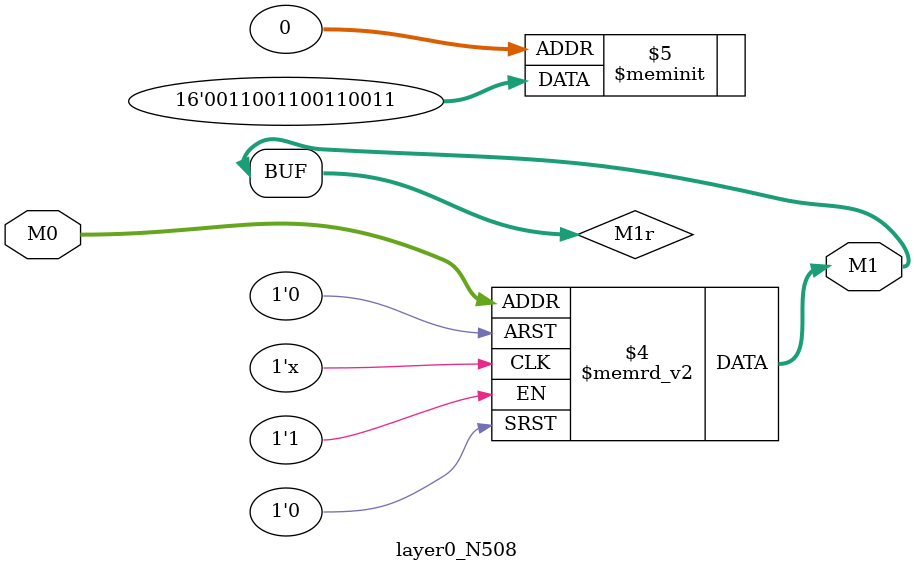
<source format=v>
module layer0_N508 ( input [2:0] M0, output [1:0] M1 );

	(*rom_style = "distributed" *) reg [1:0] M1r;
	assign M1 = M1r;
	always @ (M0) begin
		case (M0)
			3'b000: M1r = 2'b11;
			3'b100: M1r = 2'b11;
			3'b010: M1r = 2'b11;
			3'b110: M1r = 2'b11;
			3'b001: M1r = 2'b00;
			3'b101: M1r = 2'b00;
			3'b011: M1r = 2'b00;
			3'b111: M1r = 2'b00;

		endcase
	end
endmodule

</source>
